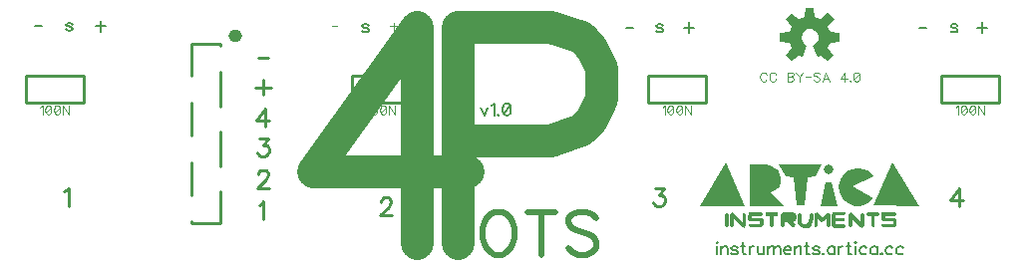
<source format=gbr>
G04 DipTrace 3.3.1.3*
G04 TopSilk.gbr*
%MOIN*%
G04 #@! TF.FileFunction,Legend,Top*
G04 #@! TF.Part,Single*
%ADD10C,0.009843*%
%ADD16C,0.015584*%
%ADD17C,0.032777*%
%ADD18C,0.012511*%
%ADD19C,0.012511*%
%ADD20C,0.012438*%
%ADD21C,0.012438*%
%ADD22C,0.013974*%
%ADD23O,0.015584X0.014044*%
%ADD24O,0.026485X0.032763*%
%ADD25O,0.007829X0.006247*%
%ADD26C,0.014047*%
%ADD27O,0.015657X0.014044*%
%ADD28O,0.012438X0.014044*%
%ADD29O,0.012438X0.010921*%
%ADD30O,0.04467X0.043737*%
%ADD51C,0.004632*%
%ADD52C,0.009264*%
%ADD53C,0.006176*%
%ADD54C,0.111163*%
%ADD55C,0.021615*%
%FSLAX26Y26*%
G04*
G70*
G90*
G75*
G01*
G04 TopSilk*
%LPD*%
D16*
X3159050Y615675D3*
G36*
X2992126Y645315D2*
X3076484Y789081D1*
X3142112Y645315D1*
X2992126D1*
G37*
G36*
X3155940Y782590D2*
X3215203D1*
X3223032Y781040D1*
X3233933Y776366D1*
X3241762Y771692D1*
X3249517Y765445D1*
X3254200Y759198D1*
X3258882Y749850D1*
X3260419Y742030D1*
X3262028Y731131D1*
X3260419Y721761D1*
X3255736Y710840D1*
X3249517Y704593D1*
X3241762Y698369D1*
X3232397Y693672D1*
X3224568Y690571D1*
X3272930Y645315D1*
X3155940D1*
Y782590D1*
G37*
G36*
X3254200D2*
X3397747D1*
X3377481Y743603D1*
X3349386Y738929D1*
X3340021Y646887D1*
X3313462D1*
X3304097Y738929D1*
X3276076Y743603D1*
X3254200Y782590D1*
G37*
G36*
X3411795Y724884D2*
X3432061D1*
X3452328Y645315D1*
X3393065D1*
X3411795Y724884D1*
G37*
G36*
X3569317Y671831D2*
X3500689Y709289D1*
X3569317Y745154D1*
X3559952Y756074D1*
X3550587Y762321D1*
X3538149Y768568D1*
X3525638Y771692D1*
X3511591D1*
X3499153Y768568D1*
X3486642Y763872D1*
X3475740Y756074D1*
X3466375Y745154D1*
X3460156Y734233D1*
X3457010Y721761D1*
X3455474Y709289D1*
X3457010Y695245D1*
X3460156Y682751D1*
X3467912Y670280D1*
X3477277Y660932D1*
X3488178Y653112D1*
X3500689Y648438D1*
X3511591Y645315D1*
X3525638D1*
X3538149Y648438D1*
X3552197Y654685D1*
X3569317Y671831D1*
G37*
G36*
X3570854Y646887D2*
X3634872Y791961D1*
X3723766Y645315D1*
X3570854Y646887D1*
G37*
D17*
X3421892Y767782D3*
G36*
X3074801Y615675D2*
X3087312D1*
Y578238D1*
X3074801D1*
Y615675D1*
G37*
D18*
X3081057Y617237D3*
D19*
Y578238D3*
G36*
X3091995Y615675D2*
X3104433D1*
Y578238D1*
X3091995D1*
Y615675D1*
G37*
D20*
X3098214Y617237D3*
D21*
Y578238D3*
G36*
X3132528Y615675D2*
X3145039D1*
Y578238D1*
X3132528D1*
Y615675D1*
G37*
D18*
X3138783Y617237D3*
D19*
Y578238D3*
G36*
X3224568Y614125D2*
X3237079D1*
Y576688D1*
X3224568D1*
Y614125D1*
G37*
D18*
X3230824Y615686D3*
Y576677D3*
D22*
X3195705Y597732D3*
D23*
X3194900Y580587D3*
D16*
X3605204Y615675D3*
G36*
X3212057Y623473D2*
X3249517D1*
Y611001D1*
X3212057D1*
Y623473D1*
G37*
D18*
X3213630Y617237D3*
D20*
X3247981D3*
G36*
X3262028Y615675D2*
X3274466D1*
Y578238D1*
X3262028D1*
Y615675D1*
G37*
D20*
X3268247Y617237D3*
D21*
Y578238D3*
G36*
X3316609Y615675D2*
X3329120D1*
Y596957D1*
X3316609D1*
Y615675D1*
G37*
D18*
X3322864Y617237D3*
G36*
X3268247Y623473D2*
X3302561D1*
Y590710D1*
X3268247D1*
Y623473D1*
G37*
G36*
X3357141Y615675D2*
X3369652D1*
Y601631D1*
X3357141D1*
Y615675D1*
G37*
D18*
X3363397Y617237D3*
D24*
X3300220Y607091D3*
G36*
X3563098Y614125D2*
X3575536D1*
Y576688D1*
X3563098D1*
Y614125D1*
G37*
D20*
X3569317Y615686D3*
Y576677D3*
G36*
X3550587Y623473D2*
X3588047D1*
Y611001D1*
X3550587D1*
Y623473D1*
G37*
D18*
X3552160Y617237D3*
X3586474D3*
G36*
X3430452Y615675D2*
X3442963D1*
Y578238D1*
X3430452D1*
Y615675D1*
G37*
D18*
X3436707Y617237D3*
D19*
Y578238D3*
G36*
X3413331Y615675D2*
X3425842D1*
Y578238D1*
X3413331D1*
Y615675D1*
G37*
D18*
X3419587Y617237D3*
D19*
Y578238D3*
G36*
X3372798Y615675D2*
X3385236D1*
Y578238D1*
X3372798D1*
Y615675D1*
G37*
D20*
X3379017Y617237D3*
D21*
Y578238D3*
G36*
X3319755Y600080D2*
X3329120D1*
Y590710D1*
X3319755D1*
Y600080D1*
G37*
D25*
X3398516Y592283D3*
D26*
X3641896Y597732D3*
D27*
X3641091Y580587D3*
G36*
X3606777Y623473D2*
X3644237D1*
Y611001D1*
X3606777D1*
Y623473D1*
G37*
D20*
X3608314Y617237D3*
D18*
X3642664D3*
G36*
X3602095Y604754D2*
X3639555D1*
Y593833D1*
X3602095D1*
Y604754D1*
G37*
D28*
X3603631Y600856D3*
G36*
X3602095Y584485D2*
X3639555D1*
Y573564D1*
X3602095D1*
Y584485D1*
G37*
G36*
X3098214Y623473D2*
X3141893Y584485D1*
X3140356Y571992D1*
X3134064Y575115D1*
X3098214Y606327D1*
Y623473D1*
G37*
G36*
X3486642Y615675D2*
X3499153D1*
Y578238D1*
X3486642D1*
Y615675D1*
G37*
D18*
X3492897Y617237D3*
D19*
Y578238D3*
G36*
X3527175Y615675D2*
X3539686D1*
Y578238D1*
X3527175D1*
Y615675D1*
G37*
D18*
X3533430Y617237D3*
D19*
Y578238D3*
G36*
X3492861Y623473D2*
X3536540Y584485D1*
X3535003Y571992D1*
X3528784Y575115D1*
X3492861Y606327D1*
Y623473D1*
G37*
G36*
X3160623D2*
X3198010D1*
Y611001D1*
X3160623D1*
Y623473D1*
G37*
D20*
X3162159Y617237D3*
X3196473D3*
G36*
X3155940Y604754D2*
X3193400D1*
Y593833D1*
X3155940D1*
Y604754D1*
G37*
D28*
X3157477Y600856D3*
D29*
X3602095Y579025D3*
G36*
X3155940Y584485D2*
X3193400D1*
Y573564D1*
X3155940D1*
Y584485D1*
G37*
D29*
Y579025D3*
D20*
X3191791Y579800D3*
D19*
X3305670Y578238D3*
G36*
X3280758Y592283D2*
X3301025Y573564D1*
X3310390Y582913D1*
X3297879Y595406D1*
X3280758Y592283D1*
G37*
G36*
X3341557Y571992D2*
X3352459D1*
X3363433Y579811D1*
X3368116Y590710D1*
X3369652Y603204D1*
X3357141Y604754D1*
X3355605Y592283D1*
X3341557Y571992D1*
G37*
G36*
X3316609Y603204D2*
Y587609D1*
X3327510Y573564D1*
X3344704Y571992D1*
X3358751Y581362D1*
X3350922Y586036D1*
X3344704Y582913D1*
X3335339Y584485D1*
X3316609Y603204D1*
G37*
G36*
X3380554Y623473D2*
X3399284Y606327D1*
X3416477Y621922D1*
X3422696Y612552D1*
X3402430Y592283D1*
X3394601D1*
X3380554Y606327D1*
Y623473D1*
G37*
G36*
X3151258Y614125D2*
X3163696D1*
Y601631D1*
X3151258D1*
Y614125D1*
G37*
G36*
X3191791Y595406D2*
X3202692D1*
Y581362D1*
X3191791D1*
Y595406D1*
G37*
G36*
X3436744Y625046D2*
X3474131D1*
Y612552D1*
X3436744D1*
Y625046D1*
G37*
D21*
X3438280Y618799D3*
X3472594D3*
G36*
X3435134Y604754D2*
X3472594D1*
Y592283D1*
X3435134D1*
Y604754D1*
G37*
D18*
X3436707Y598519D3*
D20*
X3471058D3*
G36*
X3436744Y584485D2*
X3474131D1*
Y571992D1*
X3436744D1*
Y584485D1*
G37*
D21*
X3438280Y578238D3*
X3472594D3*
D18*
X3637982Y579800D3*
G36*
X3597412Y614125D2*
X3609850D1*
Y601631D1*
X3597412D1*
Y614125D1*
G37*
G36*
X3637945Y595406D2*
X3648920D1*
Y581362D1*
X3637945D1*
Y595406D1*
G37*
G36*
X3343909Y1308401D2*
X3370426D1*
X3375099Y1277203D1*
X3393829Y1269399D1*
X3418789Y1289689D1*
X3439056Y1269399D1*
X3418789Y1244445D1*
X3426596Y1227276D1*
X3457786Y1222594D1*
Y1194518D1*
X3426596Y1191396D1*
X3418789Y1172685D1*
X3437499Y1147712D1*
X3418789Y1129001D1*
X3393829Y1147712D1*
X3382906Y1143048D1*
X3367311Y1180489D1*
X3378234Y1189835D1*
X3386021Y1200761D1*
Y1213247D1*
X3382906Y1224155D1*
X3373541Y1231958D1*
X3362619Y1236641D1*
X3350139D1*
X3339216Y1230398D1*
X3332986Y1221033D1*
X3329871Y1208565D1*
X3332986Y1196078D1*
X3340794Y1185153D1*
X3348581Y1180489D1*
X3332986Y1143048D1*
X3322064Y1147712D1*
X3297104Y1129001D1*
X3278394Y1147712D1*
X3297104Y1174245D1*
X3289296Y1191396D1*
X3258106Y1194518D1*
Y1222594D1*
X3290874Y1225715D1*
X3297104Y1244445D1*
X3276836Y1269399D1*
X3297104Y1288129D1*
X3322064Y1269399D1*
X3340794Y1275642D1*
X3343909Y1308401D1*
G37*
D30*
X1435911Y1213958D3*
X1289556Y680238D2*
D10*
Y790524D1*
Y585940D2*
Y593673D1*
Y585940D2*
X1387610D1*
Y692131D1*
Y778696D2*
Y892816D1*
X1289556Y880274D2*
Y990559D1*
X1387610Y978666D2*
Y1092852D1*
X1289556Y1080374D2*
Y1185850D1*
X1387610Y1178832D2*
Y1185850D1*
X1289556D1*
X737194Y1080993D2*
X929194D1*
Y990993D1*
X737194D1*
Y1080993D1*
X2018885Y991000D2*
X1826885D1*
Y1081000D1*
X2018885D1*
Y991000D1*
X3009386D2*
X2817386D1*
Y1081000D1*
X3009386D1*
Y991000D1*
X3989701D2*
X3797701D1*
Y1081000D1*
X3989701D1*
Y991000D1*
X785557Y975048D2*
D51*
X788442Y976507D1*
X792753Y980785D1*
Y950674D1*
X810639Y980785D2*
X806328Y979359D1*
X803442Y975048D1*
X802016Y967885D1*
Y963574D1*
X803442Y956411D1*
X806328Y952100D1*
X810639Y950674D1*
X813490D1*
X817801Y952100D1*
X820653Y956411D1*
X822112Y963574D1*
Y967885D1*
X820653Y975048D1*
X817801Y979359D1*
X813490Y980785D1*
X810639D1*
X820653Y975048D2*
X803442Y956411D1*
X839998Y980785D2*
X835687Y979359D1*
X832802Y975048D1*
X831376Y967885D1*
Y963574D1*
X832802Y956411D1*
X835687Y952100D1*
X839998Y950674D1*
X842850D1*
X847161Y952100D1*
X850013Y956411D1*
X851472Y963574D1*
Y967885D1*
X850013Y975048D1*
X847161Y979359D1*
X842850Y980785D1*
X839998D1*
X850013Y975048D2*
X832802Y956411D1*
X880832Y980818D2*
Y950674D1*
X860736Y980818D1*
Y950674D1*
X1875247Y975055D2*
X1878132Y976514D1*
X1882443Y980792D1*
Y950681D1*
X1900329Y980792D2*
X1896018Y979366D1*
X1893133Y975055D1*
X1891707Y967892D1*
Y963581D1*
X1893133Y956418D1*
X1896018Y952107D1*
X1900329Y950681D1*
X1903181D1*
X1907492Y952107D1*
X1910344Y956418D1*
X1911803Y963581D1*
Y967892D1*
X1910344Y975055D1*
X1907492Y979366D1*
X1903181Y980792D1*
X1900329D1*
X1910344Y975055D2*
X1893133Y956418D1*
X1929688Y980792D2*
X1925377Y979366D1*
X1922492Y975055D1*
X1921066Y967892D1*
Y963581D1*
X1922492Y956418D1*
X1925377Y952107D1*
X1929688Y950681D1*
X1932540D1*
X1936851Y952107D1*
X1939703Y956418D1*
X1941162Y963581D1*
Y967892D1*
X1939703Y975055D1*
X1936851Y979366D1*
X1932540Y980792D1*
X1929688D1*
X1939703Y975055D2*
X1922492Y956418D1*
X1970522Y980825D2*
Y950681D1*
X1950426Y980825D1*
Y950681D1*
X2865748Y975055D2*
X2868634Y976514D1*
X2872945Y980792D1*
Y950681D1*
X2890830Y980792D2*
X2886519Y979366D1*
X2883634Y975055D1*
X2882208Y967892D1*
Y963581D1*
X2883634Y956418D1*
X2886519Y952107D1*
X2890830Y950681D1*
X2893682D1*
X2897993Y952107D1*
X2900845Y956418D1*
X2902304Y963581D1*
Y967892D1*
X2900845Y975055D1*
X2897993Y979366D1*
X2893682Y980792D1*
X2890830D1*
X2900845Y975055D2*
X2883634Y956418D1*
X2920190Y980792D2*
X2915879Y979366D1*
X2912994Y975055D1*
X2911568Y967892D1*
Y963581D1*
X2912994Y956418D1*
X2915879Y952107D1*
X2920190Y950681D1*
X2923042D1*
X2927353Y952107D1*
X2930205Y956418D1*
X2931664Y963581D1*
Y967892D1*
X2930205Y975055D1*
X2927353Y979366D1*
X2923042Y980792D1*
X2920190D1*
X2930205Y975055D2*
X2912994Y956418D1*
X2961023Y980825D2*
Y950681D1*
X2940927Y980825D1*
Y950681D1*
X3846063Y975055D2*
X3848948Y976514D1*
X3853260Y980792D1*
Y950681D1*
X3871145Y980792D2*
X3866834Y979366D1*
X3863949Y975055D1*
X3862523Y967892D1*
Y963581D1*
X3863949Y956418D1*
X3866834Y952107D1*
X3871145Y950681D1*
X3873997D1*
X3878308Y952107D1*
X3881160Y956418D1*
X3882619Y963581D1*
Y967892D1*
X3881160Y975055D1*
X3878308Y979366D1*
X3873997Y980792D1*
X3871145D1*
X3881160Y975055D2*
X3863949Y956418D1*
X3900505Y980792D2*
X3896194Y979366D1*
X3893309Y975055D1*
X3891883Y967892D1*
Y963581D1*
X3893309Y956418D1*
X3896194Y952107D1*
X3900505Y950681D1*
X3903357D1*
X3907668Y952107D1*
X3910519Y956418D1*
X3911979Y963581D1*
Y967892D1*
X3910519Y975055D1*
X3907668Y979366D1*
X3903357Y980792D1*
X3900505D1*
X3910519Y975055D2*
X3893309Y956418D1*
X3941338Y980825D2*
Y950681D1*
X3921242Y980825D1*
Y950681D1*
X1513252Y751053D2*
D52*
Y753905D1*
X1516104Y759675D1*
X1518956Y762527D1*
X1524726Y765379D1*
X1536200D1*
X1541904Y762527D1*
X1544756Y759675D1*
X1547674Y753905D1*
Y748201D1*
X1544756Y742431D1*
X1539052Y733875D1*
X1510334Y705157D1*
X1550526D1*
X1513848Y1141518D2*
X1547010D1*
X1530396Y1067354D2*
Y1015688D1*
X1504596Y1041488D2*
X1556262D1*
X1537625Y911409D2*
Y971630D1*
X1508907Y931505D1*
X1551951D1*
X1516104Y871633D2*
X1547608D1*
X1530430Y848685D1*
X1539052D1*
X1544756Y845833D1*
X1547608Y842981D1*
X1550526Y834359D1*
Y828656D1*
X1547608Y820033D1*
X1541904Y814263D1*
X1533282Y811411D1*
X1524660D1*
X1516104Y814263D1*
X1513252Y817182D1*
X1510334Y822885D1*
X1516983Y647657D2*
X1522754Y650575D1*
X1531376Y659130D1*
Y598909D1*
X865613Y692930D2*
X871384Y695848D1*
X880006Y704403D1*
Y644182D1*
X2840134Y704403D2*
X2871638D1*
X2854460Y681456D1*
X2863082D1*
X2868786Y678604D1*
X2871638Y675752D1*
X2874556Y667130D1*
Y661426D1*
X2871638Y652804D1*
X2865934Y647034D1*
X2857312Y644182D1*
X2848690D1*
X2840134Y647034D1*
X2837282Y649952D1*
X2834364Y655656D1*
X3045852Y522919D2*
D53*
X3047753Y521017D1*
X3049698Y522919D1*
X3047753Y524864D1*
X3045852Y522919D1*
X3047753Y509521D2*
Y482727D1*
X3062050Y509521D2*
Y482727D1*
Y501872D2*
X3067798Y507620D1*
X3071645Y509521D1*
X3077348D1*
X3081195Y507620D1*
X3083096Y501872D1*
Y482727D1*
X3116494Y503773D2*
X3114593Y507620D1*
X3108845Y509521D1*
X3103097D1*
X3097349Y507620D1*
X3095448Y503773D1*
X3097349Y499971D1*
X3101196Y498025D1*
X3110746Y496124D1*
X3114593Y494223D1*
X3116494Y490376D1*
Y488475D1*
X3114593Y484672D1*
X3108845Y482727D1*
X3103097D1*
X3097349Y484672D1*
X3095448Y488475D1*
X3134594Y522919D2*
Y490376D1*
X3136495Y484672D1*
X3140342Y482727D1*
X3144144D1*
X3128846Y509521D2*
X3142243D1*
X3156496D2*
Y482727D1*
Y498025D2*
X3158441Y503773D1*
X3162244Y507620D1*
X3166091Y509521D1*
X3171839D1*
X3184190D2*
Y490376D1*
X3186091Y484672D1*
X3189938Y482727D1*
X3195686D1*
X3199489Y484672D1*
X3205237Y490376D1*
Y509521D2*
Y482727D1*
X3217588Y509521D2*
Y482727D1*
Y501872D2*
X3223336Y507620D1*
X3227183Y509521D1*
X3232887D1*
X3236733Y507620D1*
X3238635Y501872D1*
Y482727D1*
Y501872D2*
X3244383Y507620D1*
X3248230Y509521D1*
X3253933D1*
X3257780Y507620D1*
X3259726Y501872D1*
Y482727D1*
X3272077Y498025D2*
X3295025D1*
Y501872D1*
X3293124Y505719D1*
X3291222Y507620D1*
X3287376Y509521D1*
X3281628D1*
X3277825Y507620D1*
X3273978Y503773D1*
X3272077Y498025D1*
Y494223D1*
X3273978Y488475D1*
X3277825Y484672D1*
X3281628Y482727D1*
X3287376D1*
X3291222Y484672D1*
X3295025Y488475D1*
X3307376Y509521D2*
Y482727D1*
Y501872D2*
X3313124Y507620D1*
X3316971Y509521D1*
X3322675D1*
X3326522Y507620D1*
X3328423Y501872D1*
Y482727D1*
X3346522Y522919D2*
Y490376D1*
X3348424Y484672D1*
X3352270Y482727D1*
X3356073D1*
X3340774Y509521D2*
X3354172D1*
X3389471Y503773D2*
X3387570Y507620D1*
X3381822Y509521D1*
X3376074D1*
X3370326Y507620D1*
X3368424Y503773D1*
X3370326Y499971D1*
X3374172Y498025D1*
X3383723Y496124D1*
X3387570Y494223D1*
X3389471Y490376D1*
Y488475D1*
X3387570Y484672D1*
X3381822Y482727D1*
X3376074D1*
X3370326Y484672D1*
X3368424Y488475D1*
X3403724Y486573D2*
X3401822Y484628D1*
X3403724Y482727D1*
X3405669Y484628D1*
X3403724Y486573D1*
X3440968Y509521D2*
Y482727D1*
Y503773D2*
X3437166Y507620D1*
X3433319Y509521D1*
X3427615D1*
X3423769Y507620D1*
X3419966Y503773D1*
X3418021Y498025D1*
Y494223D1*
X3419966Y488475D1*
X3423769Y484672D1*
X3427615Y482727D1*
X3433319D1*
X3437166Y484672D1*
X3440968Y488475D1*
X3453320Y509521D2*
Y482727D1*
Y498025D2*
X3455265Y503773D1*
X3459068Y507620D1*
X3462915Y509521D1*
X3468663D1*
X3486762Y522919D2*
Y490376D1*
X3488663Y484672D1*
X3492510Y482727D1*
X3496313D1*
X3481014Y509521D2*
X3494411D1*
X3508664Y522919D2*
X3510565Y521017D1*
X3512511Y522919D1*
X3510565Y524864D1*
X3508664Y522919D1*
X3510565Y509521D2*
Y482727D1*
X3547854Y503773D2*
X3544008Y507620D1*
X3540161Y509521D1*
X3534457D1*
X3530610Y507620D1*
X3526808Y503773D1*
X3524862Y498025D1*
Y494223D1*
X3526808Y488475D1*
X3530610Y484672D1*
X3534457Y482727D1*
X3540161D1*
X3544008Y484672D1*
X3547854Y488475D1*
X3583154Y509521D2*
Y482727D1*
Y503773D2*
X3579351Y507620D1*
X3575504Y509521D1*
X3569801D1*
X3565954Y507620D1*
X3562151Y503773D1*
X3560206Y498025D1*
Y494223D1*
X3562151Y488475D1*
X3565954Y484672D1*
X3569801Y482727D1*
X3575504D1*
X3579351Y484672D1*
X3583154Y488475D1*
X3597406Y486573D2*
X3595505Y484628D1*
X3597406Y482727D1*
X3599352Y484628D1*
X3597406Y486573D1*
X3634695Y503773D2*
X3630849Y507620D1*
X3627002Y509521D1*
X3621298D1*
X3617451Y507620D1*
X3613649Y503773D1*
X3611703Y498025D1*
Y494223D1*
X3613649Y488475D1*
X3617451Y484672D1*
X3621298Y482727D1*
X3627002D1*
X3630849Y484672D1*
X3634695Y488475D1*
X3670039Y503773D2*
X3666192Y507620D1*
X3662345Y509521D1*
X3656642D1*
X3652795Y507620D1*
X3648992Y503773D1*
X3647047Y498025D1*
Y494223D1*
X3648992Y488475D1*
X3652795Y484672D1*
X3656642Y482727D1*
X3662345D1*
X3666192Y484672D1*
X3670039Y488475D1*
X2043085Y520606D2*
D54*
Y1243267D1*
X1698468Y761759D1*
X2214995D1*
X986624Y1228342D2*
D53*
Y1262786D1*
X1003824Y1245586D2*
X969380Y1245587D1*
X893266Y1251313D2*
X891364Y1255159D1*
X885616Y1257061D1*
X879868D1*
X874120Y1255159D1*
X872219Y1251313D1*
X874120Y1247510D1*
X877967Y1245565D1*
X887518Y1243663D1*
X891364Y1241762D1*
X893266Y1237915D1*
Y1236014D1*
X891364Y1232211D1*
X885616Y1230266D1*
X879868D1*
X874120Y1232211D1*
X872219Y1236014D1*
X1762195Y1245806D2*
D51*
X1778776D1*
X1968008Y1258722D2*
Y1232889D1*
X1955109Y1245789D2*
X1980942D1*
X1882389Y1247376D2*
D53*
X1880488Y1251222D1*
X1874740Y1253124D1*
X1868992D1*
X1863244Y1251222D1*
X1861342Y1247376D1*
X1863244Y1243573D1*
X1867090Y1241628D1*
X1876641Y1239726D1*
X1880488Y1237825D1*
X1882389Y1233978D1*
Y1232077D1*
X1880488Y1228274D1*
X1874740Y1226329D1*
X1868992D1*
X1863244Y1228274D1*
X1861342Y1232077D1*
X2953750Y1224405D2*
Y1258849D1*
X2970950Y1241649D2*
X2936506D1*
X2766324Y1241627D2*
X2744216D1*
X2865952Y1247376D2*
X2864051Y1251222D1*
X2858303Y1253124D1*
X2852555D1*
X2846807Y1251222D1*
X2844905Y1247376D1*
X2846807Y1243573D1*
X2850653Y1241628D1*
X2860204Y1239726D1*
X2864051Y1237825D1*
X2865952Y1233978D1*
Y1232077D1*
X2864051Y1228274D1*
X2858303Y1226329D1*
X2852555D1*
X2846807Y1228274D1*
X2844905Y1232077D1*
X3935000Y1224405D2*
Y1258849D1*
X3952199Y1241649D2*
X3917756D1*
X3745949Y1241627D2*
X3723841D1*
X3851138Y1247376D2*
X3849237Y1251222D1*
X3843489Y1253124D1*
X3837741D1*
X3831993Y1251222D1*
X3830092Y1247376D1*
X3831993Y1243573D1*
X3835840Y1241628D1*
X3845390Y1239726D1*
X3849237Y1237825D1*
X3851138Y1233978D1*
Y1232077D1*
X3849237Y1228274D1*
X3843489Y1226329D1*
X3837741D1*
X3831993Y1228274D1*
X3830092Y1232077D1*
X3856833Y644182D2*
D52*
Y704403D1*
X3828115Y664278D1*
X3871159D1*
X789699Y1245564D2*
D53*
X767592D1*
X2179718Y865223D2*
D54*
X2490111D1*
X2592780Y899446D1*
X2627799Y934465D1*
X2662022Y1002911D1*
Y1106375D1*
X2627799Y1174821D1*
X2592780Y1209840D1*
X2490111Y1244063D1*
X2179718D1*
Y520606D1*
X2257820Y974457D2*
D53*
X2269316Y947662D1*
X2280768Y974457D1*
X2293119Y980161D2*
X2296966Y982106D1*
X2302714Y987810D1*
Y947662D1*
X2316967Y951509D2*
X2315066Y949564D1*
X2316967Y947662D1*
X2318912Y949564D1*
X2316967Y951509D1*
X2342760Y987810D2*
X2337012Y985909D1*
X2333165Y980161D1*
X2331264Y970610D1*
Y964862D1*
X2333165Y955312D1*
X2337012Y949564D1*
X2342760Y947662D1*
X2346562D1*
X2352310Y949564D1*
X2356113Y955312D1*
X2358058Y964862D1*
Y970610D1*
X2356113Y980161D1*
X2352310Y985909D1*
X2346562Y987810D1*
X2342760D1*
X2356113Y980161D2*
X2333165Y955312D1*
X2302649Y622688D2*
D55*
X2289185Y616033D1*
X2275876Y602569D1*
X2269067Y589261D1*
X2262412Y569142D1*
Y535561D1*
X2269067Y515597D1*
X2275876Y502134D1*
X2289185Y488825D1*
X2302649Y482016D1*
X2329421D1*
X2342730Y488825D1*
X2356194Y502134D1*
X2362848Y515597D1*
X2369503Y535561D1*
Y569142D1*
X2362848Y589261D1*
X2356194Y602569D1*
X2342730Y616033D1*
X2329421Y622688D1*
X2302649D1*
X2459623D2*
Y482016D1*
X2412733Y622688D2*
X2506514D1*
X2643525Y602569D2*
X2630216Y616033D1*
X2610098Y622688D1*
X2583326D1*
X2563207Y616033D1*
X2549744Y602569D1*
Y589261D1*
X2556553Y575797D1*
X2563207Y569142D1*
X2576516Y562488D1*
X2616753Y549024D1*
X2630216Y542370D1*
X2636871Y535561D1*
X2643525Y522252D1*
Y502134D1*
X2630216Y488825D1*
X2610098Y482016D1*
X2583326D1*
X2563207Y488825D1*
X2549744Y502134D1*
X3213497Y1084772D2*
D51*
X3212071Y1087624D1*
X3209186Y1090509D1*
X3206334Y1091935D1*
X3200597D1*
X3197712Y1090509D1*
X3194860Y1087624D1*
X3193401Y1084772D1*
X3191975Y1080461D1*
Y1073265D1*
X3193401Y1068987D1*
X3194860Y1066102D1*
X3197712Y1063250D1*
X3200597Y1061791D1*
X3206334D1*
X3209186Y1063250D1*
X3212071Y1066102D1*
X3213497Y1068987D1*
X3244282Y1084772D2*
X3242856Y1087624D1*
X3239971Y1090509D1*
X3237119Y1091935D1*
X3231382D1*
X3228497Y1090509D1*
X3225645Y1087624D1*
X3224186Y1084772D1*
X3222760Y1080461D1*
Y1073265D1*
X3224186Y1068987D1*
X3225645Y1066102D1*
X3228497Y1063250D1*
X3231382Y1061791D1*
X3237119D1*
X3239971Y1063250D1*
X3242856Y1066102D1*
X3244282Y1068987D1*
X3282706Y1091935D2*
Y1061791D1*
X3295639D1*
X3299950Y1063250D1*
X3301376Y1064676D1*
X3302802Y1067528D1*
Y1071839D1*
X3301376Y1074724D1*
X3299950Y1076150D1*
X3295639Y1077576D1*
X3299950Y1079035D1*
X3301376Y1080461D1*
X3302802Y1083313D1*
Y1086198D1*
X3301376Y1089050D1*
X3299950Y1090509D1*
X3295639Y1091935D1*
X3282706D1*
Y1077576D2*
X3295639D1*
X3312066Y1091935D2*
X3323540Y1077576D1*
Y1061791D1*
X3335014Y1091935D2*
X3323540Y1077576D1*
X3344277Y1076846D2*
X3360858D1*
X3390218Y1087624D2*
X3387366Y1090509D1*
X3383055Y1091935D1*
X3377318D1*
X3373007Y1090509D1*
X3370122Y1087624D1*
Y1084772D1*
X3371581Y1081887D1*
X3373007Y1080461D1*
X3375859Y1079035D1*
X3384481Y1076150D1*
X3387366Y1074724D1*
X3388792Y1073265D1*
X3390218Y1070413D1*
Y1066102D1*
X3387366Y1063250D1*
X3383055Y1061791D1*
X3377318D1*
X3373007Y1063250D1*
X3370122Y1066102D1*
X3422462Y1061791D2*
X3410955Y1091935D1*
X3399481Y1061791D1*
X3403792Y1071839D2*
X3418151D1*
X3475245Y1061791D2*
Y1091902D1*
X3460886Y1071839D1*
X3482408D1*
X3493098Y1064676D2*
X3491672Y1063217D1*
X3493098Y1061791D1*
X3494557Y1063217D1*
X3493098Y1064676D1*
X3512443Y1091902D2*
X3508132Y1090476D1*
X3505247Y1086165D1*
X3503821Y1079002D1*
Y1074691D1*
X3505247Y1067528D1*
X3508132Y1063217D1*
X3512443Y1061791D1*
X3515295D1*
X3519606Y1063217D1*
X3522457Y1067528D1*
X3523917Y1074691D1*
Y1079002D1*
X3522457Y1086165D1*
X3519606Y1090476D1*
X3515295Y1091902D1*
X3512443D1*
X3522457Y1086165D2*
X3505247Y1067528D1*
X1923896Y658582D2*
D52*
Y661433D1*
X1926748Y667204D1*
X1929600Y670055D1*
X1935370Y672907D1*
X1946844D1*
X1952548Y670055D1*
X1955400Y667204D1*
X1958318Y661433D1*
Y655730D1*
X1955400Y649959D1*
X1949696Y641404D1*
X1920978Y612686D1*
X1961170D1*
M02*

</source>
